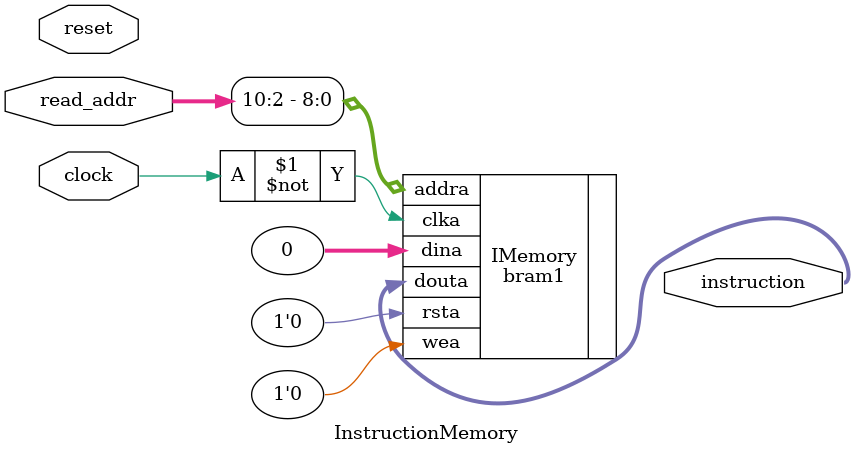
<source format=v>
`timescale 1ns / 1ps

/*Assignment No. 7
  Semester 5
  Group No. 13
  Members : 
  		Arpit Jain (16CS10007)
		Eeshan Gupta (16CS30009)
*/
//synthesis attribute box_type <bram1> "black_box"
module InstructionMemory(
		reset,
		read_addr,
		instruction,
		clock
	);

	input reset;
	input [31:0] read_addr;
	input clock;
	output [31:0] instruction;
	
	///*
	bram1 IMemory (
	  .clka(~clock), // input clka
	  .rsta({1'b0}), // input rsta
	  .wea({1'b0}), // input [0 : 0] wea
	  .addra(read_addr[10:2]), // input [8 : 0] addra
	  .dina({32'b0}), // input [31 : 0] dina
	  .douta(instruction) // output [31 : 0] douta
	);
	//*/
	
	/*
	reg [31:0] IMemory [511:0];
	// I-Memory internally stored as words (4 bytes)
	wire [8:0] underlying_read_addr;
	
	assign underlying_read_addr=read_addr[10:2];
	assign instruction = IMemory[underlying_read_addr];
	*/
endmodule

</source>
